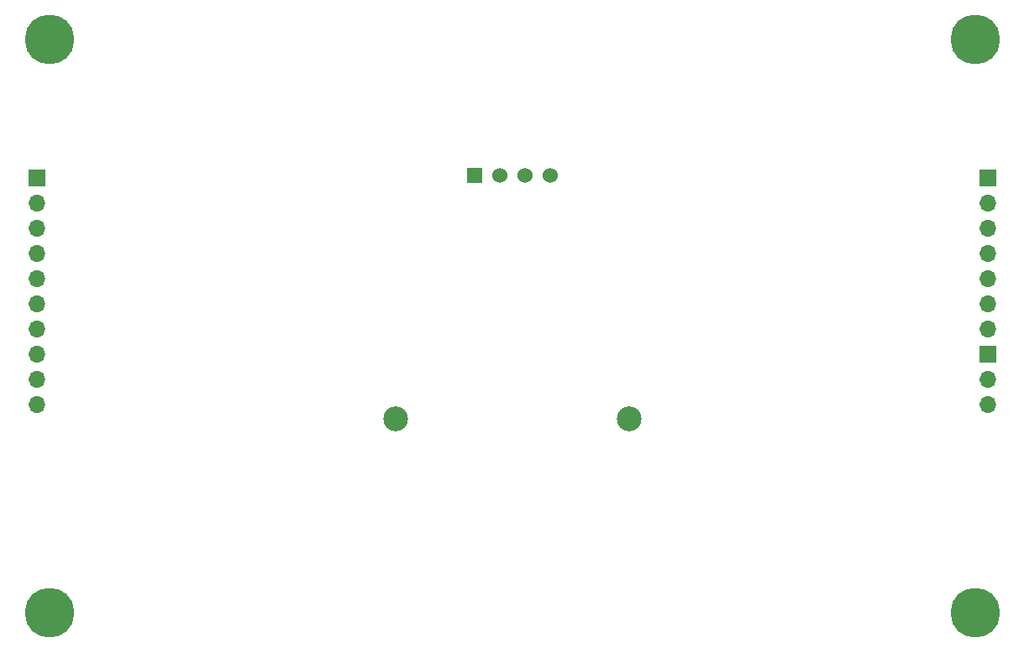
<source format=gts>
G04 #@! TF.GenerationSoftware,KiCad,Pcbnew,(5.1.8)-1*
G04 #@! TF.CreationDate,2021-01-16T01:02:15+01:00*
G04 #@! TF.ProjectId,8bitWave Faceplate A2,38626974-5761-4766-9520-46616365706c,rev?*
G04 #@! TF.SameCoordinates,Original*
G04 #@! TF.FileFunction,Soldermask,Top*
G04 #@! TF.FilePolarity,Negative*
%FSLAX46Y46*%
G04 Gerber Fmt 4.6, Leading zero omitted, Abs format (unit mm)*
G04 Created by KiCad (PCBNEW (5.1.8)-1) date 2021-01-16 01:02:15*
%MOMM*%
%LPD*%
G01*
G04 APERTURE LIST*
%ADD10O,1.700000X1.700000*%
%ADD11R,1.700000X1.700000*%
%ADD12C,2.500000*%
%ADD13R,1.524000X1.524000*%
%ADD14C,1.524000*%
%ADD15C,5.000000*%
G04 APERTURE END LIST*
D10*
X72390000Y-118110000D03*
X72390000Y-115570000D03*
X72390000Y-113030000D03*
X72390000Y-110490000D03*
X72390000Y-107950000D03*
X72390000Y-105410000D03*
X72390000Y-102870000D03*
X72390000Y-100330000D03*
X72390000Y-97790000D03*
D11*
X72390000Y-95250000D03*
D12*
X132085000Y-119500000D03*
X108585000Y-119500000D03*
D13*
X116525000Y-95000000D03*
D14*
X119065000Y-95000000D03*
X121605000Y-95000000D03*
X124145000Y-95000000D03*
D11*
X168275000Y-95250000D03*
D10*
X168275000Y-97790000D03*
X168275000Y-100330000D03*
X168275000Y-102870000D03*
X168275000Y-105410000D03*
X168275000Y-107950000D03*
X168275000Y-110490000D03*
D15*
X73660000Y-139065000D03*
X167005000Y-139065000D03*
X167005000Y-81280000D03*
X73660000Y-81280000D03*
D11*
X168275000Y-113030000D03*
D10*
X168275000Y-115570000D03*
X168275000Y-118110000D03*
M02*

</source>
